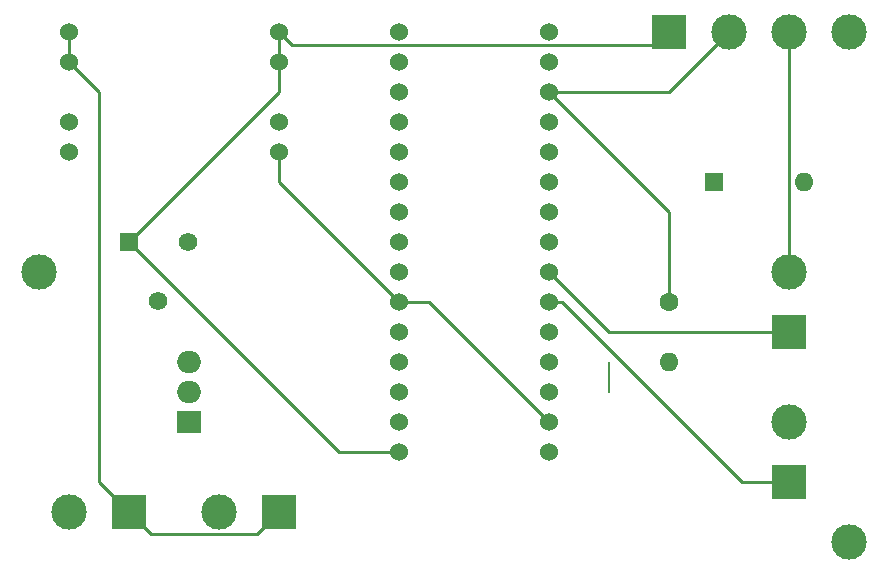
<source format=gbr>
%TF.GenerationSoftware,KiCad,Pcbnew,(6.0.5-0)*%
%TF.CreationDate,2022-06-17T15:09:35-06:00*%
%TF.ProjectId,ESP32,45535033-322e-46b6-9963-61645f706362,rev?*%
%TF.SameCoordinates,Original*%
%TF.FileFunction,Copper,L1,Top*%
%TF.FilePolarity,Positive*%
%FSLAX46Y46*%
G04 Gerber Fmt 4.6, Leading zero omitted, Abs format (unit mm)*
G04 Created by KiCad (PCBNEW (6.0.5-0)) date 2022-06-17 15:09:35*
%MOMM*%
%LPD*%
G01*
G04 APERTURE LIST*
%TA.AperFunction,NonConductor*%
%ADD10C,0.200000*%
%TD*%
%TA.AperFunction,ComponentPad*%
%ADD11R,3.000000X3.000000*%
%TD*%
%TA.AperFunction,ComponentPad*%
%ADD12C,3.000000*%
%TD*%
%TA.AperFunction,ComponentPad*%
%ADD13R,1.560000X1.560000*%
%TD*%
%TA.AperFunction,ComponentPad*%
%ADD14C,1.560000*%
%TD*%
%TA.AperFunction,ComponentPad*%
%ADD15R,1.600000X1.600000*%
%TD*%
%TA.AperFunction,ComponentPad*%
%ADD16O,1.600000X1.600000*%
%TD*%
%TA.AperFunction,ComponentPad*%
%ADD17C,1.524000*%
%TD*%
%TA.AperFunction,ComponentPad*%
%ADD18R,2.000000X1.905000*%
%TD*%
%TA.AperFunction,ComponentPad*%
%ADD19O,2.000000X1.905000*%
%TD*%
%TA.AperFunction,ComponentPad*%
%ADD20C,1.600000*%
%TD*%
%TA.AperFunction,ViaPad*%
%ADD21C,3.000000*%
%TD*%
%TA.AperFunction,Conductor*%
%ADD22C,0.250000*%
%TD*%
G04 APERTURE END LIST*
D10*
X167640000Y-116840000D02*
X167640000Y-119380000D01*
D11*
%TO.P,J3,1,Pin_1*%
%TO.N,DIR*%
X182880000Y-127000000D03*
D12*
%TO.P,J3,2,Pin_2*%
%TO.N,GND*%
X182880000Y-121920000D03*
%TD*%
D13*
%TO.P,RV1,1,1*%
%TO.N,+5V*%
X127000000Y-106680000D03*
D14*
%TO.P,RV1,2,2*%
%TO.N,Net-(U1-Pad5)*%
X129500000Y-111680000D03*
%TO.P,RV1,3,3*%
%TO.N,GND*%
X132000000Y-106680000D03*
%TD*%
D11*
%TO.P,J5,1,Pin_1*%
%TO.N,+5V*%
X172720000Y-88900000D03*
D12*
%TO.P,J5,2,Pin_2*%
%TO.N,ENABLE*%
X177800000Y-88900000D03*
%TO.P,J5,3,Pin_3*%
%TO.N,GND*%
X182880000Y-88900000D03*
%TD*%
D15*
%TO.P,SW1,1,A*%
%TO.N,MOSFET_GND*%
X176540000Y-101600000D03*
D16*
%TO.P,SW1,2,B*%
%TO.N,Variable Ground*%
X184160000Y-101600000D03*
%TD*%
D11*
%TO.P,J1,1,Pin_1*%
%TO.N,VCC*%
X139700000Y-129540000D03*
D12*
%TO.P,J1,2,Pin_2*%
%TO.N,Variable Ground*%
X134620000Y-129540000D03*
%TD*%
D17*
%TO.P,U2,1,IN+*%
%TO.N,VCC*%
X121920000Y-91440000D03*
X121920000Y-88900000D03*
%TO.P,U2,2,IN-*%
%TO.N,GND*%
X121920000Y-99060000D03*
X121920000Y-96520000D03*
%TO.P,U2,3,5v*%
%TO.N,+5V*%
X139700000Y-88900000D03*
X139700000Y-91440000D03*
%TO.P,U2,4,5v-*%
%TO.N,GND*%
X139700000Y-99060000D03*
X139700000Y-96520000D03*
%TD*%
D18*
%TO.P,Q1,1,G*%
%TO.N,Net-(Q1-Pad1)*%
X132080000Y-121920000D03*
D19*
%TO.P,Q1,2,D*%
%TO.N,MOSFET_GND*%
X132080000Y-119380000D03*
%TO.P,Q1,3,S*%
%TO.N,GND*%
X132080000Y-116840000D03*
%TD*%
D17*
%TO.P,U1,1,A0*%
%TO.N,unconnected-(U1-Pad1)*%
X149860000Y-88900000D03*
%TO.P,U1,2,RES0*%
%TO.N,unconnected-(U1-Pad2)*%
X149860000Y-91440000D03*
%TO.P,U1,3,RES1*%
%TO.N,unconnected-(U1-Pad3)*%
X149860000Y-93980000D03*
%TO.P,U1,4,SD3*%
%TO.N,unconnected-(U1-Pad4)*%
X149860000Y-96520000D03*
%TO.P,U1,5,SD2*%
%TO.N,Net-(U1-Pad5)*%
X149860000Y-99060000D03*
%TO.P,U1,6,SD1*%
%TO.N,unconnected-(U1-Pad6)*%
X149860000Y-101600000D03*
%TO.P,U1,7,CMD*%
%TO.N,unconnected-(U1-Pad7)*%
X149860000Y-104140000D03*
%TO.P,U1,8,SD0*%
%TO.N,unconnected-(U1-Pad8)*%
X149860000Y-106680000D03*
%TO.P,U1,9,CLK*%
%TO.N,unconnected-(U1-Pad9)*%
X149860000Y-109220000D03*
%TO.P,U1,10,GND0*%
%TO.N,GND*%
X149860000Y-111760000D03*
%TO.P,U1,11,3V3_1*%
%TO.N,unconnected-(U1-Pad11)*%
X149860000Y-114300000D03*
%TO.P,U1,12,EN*%
%TO.N,unconnected-(U1-Pad12)*%
X149860000Y-116840000D03*
%TO.P,U1,13,RST*%
%TO.N,unconnected-(U1-Pad13)*%
X149860000Y-119380000D03*
%TO.P,U1,14,GND1*%
%TO.N,unconnected-(U1-Pad14)*%
X149860000Y-121920000D03*
%TO.P,U1,15,VIN*%
%TO.N,+5V*%
X149860000Y-124460000D03*
%TO.P,U1,16,D0*%
%TO.N,unconnected-(U1-Pad16)*%
X162560000Y-88900000D03*
%TO.P,U1,17,D1*%
%TO.N,unconnected-(U1-Pad17)*%
X162560000Y-91440000D03*
%TO.P,U1,18,D2*%
%TO.N,ENABLE*%
X162560000Y-93980000D03*
%TO.P,U1,19,D3*%
%TO.N,unconnected-(U1-Pad19)*%
X162560000Y-96520000D03*
%TO.P,U1,20,D4*%
%TO.N,unconnected-(U1-Pad20)*%
X162560000Y-99060000D03*
%TO.P,U1,21,3V3_2*%
%TO.N,unconnected-(U1-Pad21)*%
X162560000Y-101600000D03*
%TO.P,U1,22,GND2*%
%TO.N,GND*%
X162560000Y-104140000D03*
%TO.P,U1,23,D5*%
%TO.N,unconnected-(U1-Pad23)*%
X162560000Y-106680000D03*
%TO.P,U1,24,D6*%
%TO.N,PUL*%
X162560000Y-109220000D03*
%TO.P,U1,25,D7*%
%TO.N,DIR*%
X162560000Y-111760000D03*
%TO.P,U1,26,D8*%
%TO.N,unconnected-(U1-Pad26)*%
X162560000Y-114300000D03*
%TO.P,U1,27,RX*%
%TO.N,unconnected-(U1-Pad27)*%
X162560000Y-116840000D03*
%TO.P,U1,28,TX*%
%TO.N,unconnected-(U1-Pad28)*%
X162560000Y-119380000D03*
%TO.P,U1,29,GND3*%
%TO.N,GND*%
X162560000Y-121920000D03*
%TO.P,U1,30,3v3_3*%
%TO.N,unconnected-(U1-Pad30)*%
X162560000Y-124460000D03*
%TD*%
D11*
%TO.P,J4,1,Pin_1*%
%TO.N,PUL*%
X182880000Y-114300000D03*
D12*
%TO.P,J4,2,Pin_2*%
%TO.N,GND*%
X182880000Y-109220000D03*
%TD*%
D11*
%TO.P,J2,1,Pin_1*%
%TO.N,VCC*%
X127000000Y-129540000D03*
D12*
%TO.P,J2,2,Pin_2*%
%TO.N,GND*%
X121920000Y-129540000D03*
%TD*%
D20*
%TO.P,R1,1*%
%TO.N,ENABLE*%
X172720000Y-111760000D03*
D16*
%TO.P,R1,2*%
%TO.N,Net-(Q1-Pad1)*%
X172720000Y-116840000D03*
%TD*%
D21*
%TO.N,*%
X119380000Y-109220000D03*
X187960000Y-132080000D03*
X187960000Y-88900000D03*
%TD*%
D22*
%TO.N,VCC*%
X128874511Y-131414511D02*
X137825489Y-131414511D01*
X121920000Y-88900000D02*
X121920000Y-91440000D01*
X124460000Y-127000000D02*
X127000000Y-129540000D01*
X124460000Y-93980000D02*
X124460000Y-127000000D01*
X127000000Y-129540000D02*
X128874511Y-131414511D01*
X137825489Y-131414511D02*
X139700000Y-129540000D01*
X121920000Y-91440000D02*
X124460000Y-93980000D01*
%TO.N,GND*%
X149860000Y-111760000D02*
X152400000Y-111760000D01*
X152400000Y-111760000D02*
X162560000Y-121920000D01*
X139700000Y-99060000D02*
X139700000Y-101600000D01*
X132000000Y-116760000D02*
X132080000Y-116840000D01*
X182880000Y-88900000D02*
X182880000Y-109220000D01*
X139700000Y-101600000D02*
X149860000Y-111760000D01*
%TO.N,DIR*%
X163637630Y-111760000D02*
X178877630Y-127000000D01*
X178877630Y-127000000D02*
X182880000Y-127000000D01*
X162560000Y-111760000D02*
X163637630Y-111760000D01*
%TO.N,+5V*%
X139700000Y-93980000D02*
X127000000Y-106680000D01*
X171583489Y-90036511D02*
X172720000Y-88900000D01*
X139700000Y-88900000D02*
X140836511Y-90036511D01*
X127000000Y-106680000D02*
X144780000Y-124460000D01*
X140836511Y-90036511D02*
X171583489Y-90036511D01*
X144780000Y-124460000D02*
X149860000Y-124460000D01*
X139700000Y-88900000D02*
X139700000Y-91440000D01*
X139700000Y-91440000D02*
X139700000Y-93980000D01*
%TO.N,ENABLE*%
X172720000Y-104140000D02*
X172720000Y-111760000D01*
X162560000Y-93980000D02*
X172720000Y-104140000D01*
X172720000Y-93980000D02*
X177800000Y-88900000D01*
X162560000Y-93980000D02*
X172720000Y-93980000D01*
%TO.N,PUL*%
X167640000Y-114300000D02*
X182880000Y-114300000D01*
X162560000Y-109220000D02*
X167640000Y-114300000D01*
%TD*%
M02*

</source>
